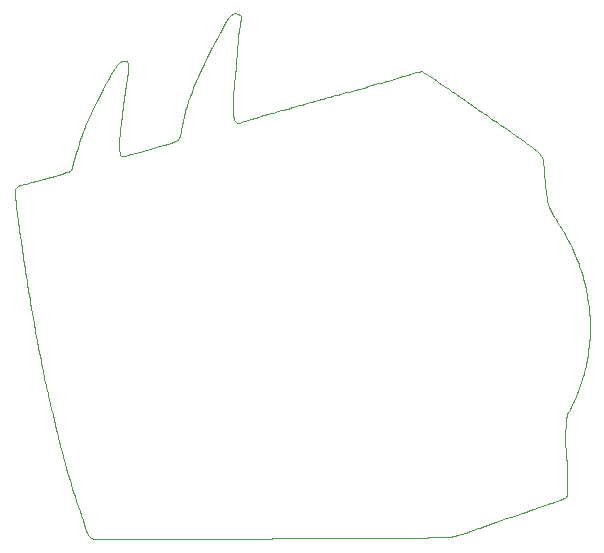
<source format=gbr>
%TF.GenerationSoftware,KiCad,Pcbnew,6.0.2+dfsg-1*%
%TF.CreationDate,2022-10-12T23:29:13+02:00*%
%TF.ProjectId,project_satan,70726f6a-6563-4745-9f73-6174616e2e6b,rev?*%
%TF.SameCoordinates,Original*%
%TF.FileFunction,Profile,NP*%
%FSLAX46Y46*%
G04 Gerber Fmt 4.6, Leading zero omitted, Abs format (unit mm)*
G04 Created by KiCad (PCBNEW 6.0.2+dfsg-1) date 2022-10-12 23:29:13*
%MOMM*%
%LPD*%
G01*
G04 APERTURE LIST*
%TA.AperFunction,Profile*%
%ADD10C,0.100000*%
%TD*%
G04 APERTURE END LIST*
D10*
%TO.C,REF\u002A\u002A*%
X61859912Y-53352909D02*
X61836837Y-53188132D01*
X64896561Y-69823698D02*
X64862469Y-69685059D01*
X80431159Y-36402413D02*
X80411498Y-36529195D01*
X70995850Y-40162387D02*
X70974403Y-40298576D01*
X63861866Y-65304951D02*
X63822381Y-65104867D01*
X109662278Y-65333319D02*
X109635590Y-65438130D01*
X94960895Y-40051205D02*
X95195446Y-39981002D01*
X90601362Y-41289158D02*
X90992444Y-41182082D01*
X71365276Y-79419856D02*
X70750912Y-79417024D01*
X109185719Y-56054244D02*
X109196865Y-56070759D01*
X109164298Y-66863637D02*
X109098927Y-67040100D01*
X74676675Y-45874811D02*
X74878596Y-45809132D01*
X70445714Y-44227725D02*
X70426548Y-44399834D01*
X109424811Y-66104822D02*
X109334208Y-66375223D01*
X85462598Y-79319855D02*
X84933763Y-79323839D01*
X83204048Y-79367269D02*
X83194981Y-79371863D01*
X81109094Y-79410025D02*
X80544173Y-79413712D01*
X62825877Y-59675013D02*
X62793516Y-59479663D01*
X72706488Y-79424076D02*
X72019352Y-79422206D01*
X106458761Y-50221746D02*
X106494849Y-50472989D01*
X79977355Y-43587222D02*
X80014588Y-43781211D01*
X90436648Y-79304611D02*
X89376804Y-79306273D01*
X107796768Y-53176077D02*
X107833049Y-53242377D01*
X94534227Y-40174906D02*
X94609050Y-40154388D01*
X70804742Y-41460475D02*
X70789465Y-41523999D01*
X62909227Y-49195749D02*
X62994450Y-49174556D01*
X65017169Y-70334190D02*
X64978471Y-70177893D01*
X83378938Y-79351781D02*
X83262847Y-79359186D01*
X105806550Y-76719378D02*
X105644965Y-76776882D01*
X98437087Y-41480046D02*
X98520241Y-41540170D01*
X63333442Y-62537134D02*
X63284996Y-62267620D01*
X104764683Y-77083005D02*
X104375385Y-77217183D01*
X63418506Y-63006255D02*
X63383735Y-62820449D01*
X107958013Y-53456081D02*
X108046470Y-53602452D01*
X66166177Y-48210718D02*
X66236409Y-48125339D01*
X66559298Y-46988390D02*
X66664432Y-46645138D01*
X88347516Y-41917815D02*
X88564621Y-41857577D01*
X80395046Y-36647439D02*
X80379641Y-36806570D01*
X75864000Y-43276976D02*
X75909047Y-43107742D01*
X98293285Y-41379795D02*
X98437087Y-41480046D01*
X109883298Y-58607975D02*
X109903167Y-58713462D01*
X108165330Y-53821478D02*
X108305334Y-54093832D01*
X64103154Y-66403600D02*
X64037348Y-66120451D01*
X65229102Y-71175419D02*
X65186411Y-71009614D01*
X78595366Y-79422070D02*
X77883259Y-79423946D01*
X71020500Y-40063429D02*
X71013313Y-40095200D01*
X64453913Y-67972153D02*
X64365413Y-67582220D01*
X62009271Y-54404980D02*
X61986692Y-54251586D01*
X80363116Y-37004867D02*
X80359008Y-37058857D01*
X94284840Y-40244721D02*
X94443172Y-40199648D01*
X69206457Y-40760497D02*
X69336055Y-40525272D01*
X66951713Y-77006327D02*
X66814384Y-76589266D01*
X68725989Y-41667385D02*
X68894554Y-41344450D01*
X106623289Y-76436259D02*
X106609227Y-76439707D01*
X109003711Y-67257336D02*
X108984535Y-67323543D01*
X101429954Y-43551618D02*
X101611551Y-43675141D01*
X109204729Y-56164205D02*
X109234227Y-56208531D01*
X110072033Y-63045112D02*
X110059747Y-63173441D01*
X61915320Y-49445142D02*
X62034145Y-49417502D01*
X64250596Y-67058615D02*
X64190206Y-66786211D01*
X68894554Y-41344450D02*
X69057000Y-41037855D01*
X106352737Y-49164354D02*
X106360103Y-49269872D01*
X88413675Y-79308245D02*
X87543975Y-79310560D01*
X106834435Y-51637239D02*
X106927277Y-51830094D01*
X63601839Y-49005419D02*
X63609227Y-49003299D01*
X109817232Y-64691949D02*
X109811211Y-64725296D01*
X109773449Y-64966291D02*
X109738775Y-65063998D01*
X92002471Y-79301680D02*
X91170005Y-79303436D01*
X61503345Y-50555827D02*
X61487477Y-50309543D01*
X109534900Y-57159615D02*
X109558053Y-57232014D01*
X106060284Y-46944058D02*
X106153183Y-47226960D01*
X70955578Y-40456446D02*
X70936191Y-40626077D01*
X62996066Y-60683420D02*
X62979266Y-60587972D01*
X74878596Y-45809132D02*
X75030652Y-45752296D01*
X62541694Y-57954671D02*
X62498703Y-57676655D01*
X107395163Y-76168880D02*
X107156756Y-76256476D01*
X74415583Y-45952897D02*
X74676675Y-45874811D01*
X70373224Y-46877663D02*
X70429684Y-46965223D01*
X84014445Y-43122917D02*
X84250676Y-43056137D01*
X73184227Y-46297254D02*
X73678665Y-46160554D01*
X103956139Y-77361232D02*
X103517735Y-77511429D01*
X80125352Y-34891620D02*
X80142532Y-34891568D01*
X105040931Y-46050419D02*
X105271829Y-46210987D01*
X109269133Y-56269117D02*
X109259227Y-56283679D01*
X110007010Y-63599279D02*
X109985262Y-63727718D01*
X108588079Y-68158537D02*
X108442821Y-68451566D01*
X94074943Y-40305395D02*
X94284840Y-40244721D01*
X70658891Y-42511869D02*
X70658107Y-42522311D01*
X64765993Y-69292862D02*
X64661126Y-68856976D01*
X103842495Y-45236933D02*
X103935633Y-45296735D01*
X70322740Y-46250394D02*
X70332032Y-46501677D01*
X80068150Y-43926104D02*
X80140341Y-44034611D01*
X108114210Y-71941012D02*
X108153776Y-72487148D01*
X67798486Y-43574948D02*
X68008325Y-43117057D01*
X63977557Y-65852915D02*
X63913087Y-65552757D01*
X62368285Y-56823304D02*
X62327232Y-56555730D01*
X70736648Y-41925058D02*
X70716343Y-42052527D01*
X99659128Y-78861981D02*
X99212557Y-79019509D01*
X70555433Y-43423451D02*
X70526304Y-43638819D01*
X68008325Y-43117057D02*
X68221356Y-42668831D01*
X76776248Y-40670658D02*
X76983586Y-40205114D01*
X63771487Y-64844235D02*
X63712612Y-64540864D01*
X106153183Y-47226960D02*
X106154854Y-47236254D01*
X107156756Y-76256476D02*
X106933953Y-76335700D01*
X67602724Y-44017944D02*
X67798486Y-43574948D01*
X80356841Y-34924347D02*
X80526079Y-35013615D01*
X110111305Y-60241470D02*
X110120905Y-60338066D01*
X62484881Y-57586243D02*
X62420122Y-57162184D01*
X98103958Y-41249907D02*
X98293285Y-41379795D01*
X106692085Y-51298072D02*
X106692356Y-51298866D01*
X95000790Y-79291137D02*
X94313096Y-79294231D01*
X68507633Y-79395537D02*
X68271255Y-79389756D01*
X100719467Y-78474298D02*
X100709227Y-78478696D01*
X67536902Y-78723150D02*
X67447135Y-78470667D01*
X62086692Y-54952966D02*
X62062063Y-54776394D01*
X77217663Y-39703342D02*
X77481777Y-39158113D01*
X96750568Y-40305807D02*
X96944731Y-40435249D01*
X110115941Y-62671253D02*
X110094730Y-62836994D01*
X62748311Y-59197342D02*
X62717956Y-59014035D01*
X97398678Y-40769036D02*
X97567769Y-40885741D01*
X106509227Y-76480777D02*
X106431198Y-76514235D01*
X90274987Y-41378783D02*
X90601362Y-41289158D01*
X70918874Y-38951027D02*
X70955680Y-38975757D01*
X109837771Y-58360406D02*
X109857742Y-58462969D01*
X80411498Y-36529195D02*
X80406453Y-36557871D01*
X98035556Y-79264508D02*
X97835172Y-79268601D01*
X61487477Y-50309543D02*
X61484227Y-50188483D01*
X61679307Y-52044527D02*
X61639120Y-51746710D01*
X109135907Y-55949510D02*
X109185719Y-56054244D01*
X70323822Y-45435484D02*
X70318372Y-45695547D01*
X71039575Y-39768549D02*
X71030981Y-39946747D01*
X83153104Y-43374427D02*
X83379518Y-43307894D01*
X80175418Y-39367261D02*
X80159283Y-39613414D01*
X108150461Y-69305746D02*
X108136416Y-69417883D01*
X70429684Y-46965223D02*
X70516672Y-47007958D01*
X80609222Y-35479315D02*
X80601085Y-35505276D01*
X94609050Y-40154388D02*
X94758352Y-40111077D01*
X110075743Y-59981954D02*
X110096319Y-60149589D01*
X75556075Y-44744475D02*
X75621351Y-44384860D01*
X62498703Y-57676655D02*
X62484881Y-57586243D01*
X110134581Y-60756897D02*
X110138586Y-61041679D01*
X88822331Y-41785310D02*
X89009227Y-41732505D01*
X86071721Y-79316334D02*
X85462598Y-79319855D01*
X61742115Y-52519012D02*
X61714619Y-52309320D01*
X62035174Y-54581687D02*
X62011713Y-54420958D01*
X65186411Y-71009614D02*
X65163780Y-70912475D01*
X93091078Y-40590044D02*
X93313951Y-40526623D01*
X62939255Y-60347559D02*
X62908447Y-60163871D01*
X95853699Y-39823666D02*
X95940569Y-39821240D01*
X102570423Y-44342937D02*
X102866311Y-44548072D01*
X69720778Y-39866674D02*
X69736649Y-39835420D01*
X69336055Y-40525272D02*
X69438927Y-40345076D01*
X76428595Y-41521958D02*
X76592350Y-41107197D01*
X69532379Y-40202022D02*
X69568740Y-40148091D01*
X97208844Y-40626434D02*
X97234227Y-40650392D01*
X65927780Y-73709917D02*
X65828881Y-73364114D01*
X75142147Y-45700738D02*
X75222389Y-45650893D01*
X66679912Y-76176866D02*
X66552420Y-75781652D01*
X75445422Y-45308908D02*
X75496767Y-45121813D01*
X67250069Y-44887055D02*
X67296969Y-44760996D01*
X98967016Y-79105851D02*
X98655310Y-79189950D01*
X98142016Y-79260412D02*
X98035556Y-79264508D01*
X92234227Y-40833453D02*
X92469532Y-40764838D01*
X98655310Y-79189950D02*
X98288773Y-79247223D01*
X63913087Y-65552757D02*
X63886515Y-65426677D01*
X98867788Y-41787474D02*
X99074638Y-41928517D01*
X96015970Y-39854706D02*
X96154217Y-39932425D01*
X94313096Y-79294231D02*
X93580094Y-79297042D01*
X83379518Y-43307894D02*
X83459227Y-43284368D01*
X70743370Y-38901017D02*
X70918874Y-38951027D01*
X80526079Y-35013615D02*
X80628464Y-35145768D01*
X108336356Y-68676358D02*
X108261286Y-68853543D01*
X80601085Y-35505276D02*
X80566196Y-35623235D01*
X70466302Y-44079087D02*
X70460782Y-44114338D01*
X92934227Y-40633633D02*
X93091078Y-40590044D01*
X61791897Y-52902248D02*
X61768700Y-52730844D01*
X108207942Y-73224905D02*
X108226506Y-73600263D01*
X62618694Y-58428526D02*
X62579291Y-58190445D01*
X105622833Y-46459730D02*
X105886709Y-46692999D01*
X70129500Y-39249929D02*
X70339764Y-39056758D01*
X96215945Y-79284242D02*
X95637098Y-79287796D01*
X100167788Y-42689249D02*
X100374638Y-42830292D01*
X68252265Y-42605278D02*
X68397975Y-42310695D01*
X80113915Y-40180994D02*
X80108499Y-40203202D01*
X84534227Y-42980338D02*
X84614142Y-42959095D01*
X109084838Y-55807742D02*
X109135907Y-55949510D01*
X103553815Y-45023823D02*
X103675301Y-45110957D01*
X80328811Y-44175223D02*
X80398048Y-44180044D01*
X102209227Y-77957070D02*
X101849876Y-78079257D01*
X62111712Y-55122335D02*
X62109271Y-55106361D01*
X80082238Y-40399493D02*
X80065887Y-40588549D01*
X79942659Y-43001107D02*
X79954146Y-43331424D01*
X109098927Y-67040100D02*
X109055904Y-67143702D01*
X109985262Y-63727718D02*
X109962543Y-63896698D01*
X66664432Y-46645138D02*
X66780848Y-46276161D01*
X75699156Y-43997477D02*
X75782402Y-43616717D01*
X80159283Y-39613414D02*
X80154188Y-39699206D01*
X61935174Y-53880307D02*
X61911713Y-53719578D01*
X80557954Y-35693146D02*
X80558801Y-35735167D01*
X101234227Y-43425404D02*
X101299008Y-43464867D01*
X85759227Y-42629929D02*
X85939391Y-42580656D01*
X62994450Y-49174556D02*
X63153266Y-49131653D01*
X110120905Y-60338066D02*
X110128675Y-60516117D01*
X108998416Y-55579160D02*
X109070826Y-55765662D01*
X94758352Y-40111077D02*
X94960895Y-40051205D01*
X69736649Y-39835420D02*
X69925488Y-39511580D01*
X88109227Y-41981684D02*
X88189543Y-41960894D01*
X110041517Y-59628926D02*
X110056990Y-59790582D01*
X63609227Y-49003299D02*
X63862413Y-48930935D01*
X62059271Y-54755671D02*
X62035174Y-54581687D01*
X92707611Y-40696744D02*
X92903690Y-40641952D01*
X109221264Y-56124440D02*
X109209227Y-56133383D01*
X62900906Y-49197495D02*
X62909227Y-49195749D01*
X83194981Y-79371863D02*
X83143771Y-79378620D01*
X62872344Y-59950278D02*
X62862239Y-59890779D01*
X94443172Y-40199648D02*
X94529193Y-40176127D01*
X66436031Y-75416148D02*
X66334868Y-75092880D01*
X108175737Y-69147607D02*
X108150461Y-69305746D01*
X62247404Y-56042089D02*
X62234041Y-55958038D01*
X105886709Y-46692999D02*
X106060284Y-46944058D01*
X109253119Y-56313951D02*
X109277109Y-56350234D01*
X70332032Y-46501677D02*
X70345715Y-46706534D01*
X96541063Y-40170504D02*
X96750568Y-40305807D01*
X88189543Y-41960894D02*
X88347516Y-41917815D01*
X75782402Y-43616717D02*
X75864000Y-43276976D01*
X99074638Y-41928517D02*
X99184227Y-42002648D01*
X66814384Y-76589266D02*
X66679912Y-76176866D01*
X101828285Y-43824915D02*
X101984227Y-43933871D01*
X109234227Y-56208531D02*
X109269133Y-56269117D01*
X80065887Y-40588549D02*
X80057224Y-40706017D01*
X70426548Y-44399834D02*
X70410842Y-44557841D01*
X109070826Y-55765662D02*
X109084838Y-55807742D01*
X66903083Y-45898661D02*
X67025674Y-45529842D01*
X106431198Y-76514235D02*
X106298544Y-76561622D01*
X61758857Y-52651529D02*
X61742115Y-52519012D01*
X106375978Y-49477006D02*
X106393092Y-49664339D01*
X62234041Y-55958038D02*
X62202388Y-55754170D01*
X81489933Y-43863347D02*
X81809272Y-43767975D01*
X89009227Y-41732505D02*
X89271132Y-41658410D01*
X101299008Y-43464867D02*
X101429954Y-43551618D01*
X109738775Y-65063998D02*
X109738483Y-65064770D01*
X109956561Y-63948767D02*
X109935784Y-64105925D01*
X61497746Y-49840492D02*
X61524966Y-49748571D01*
X79437647Y-35424838D02*
X79548968Y-35287933D01*
X80645520Y-35205683D02*
X80641753Y-35326547D01*
X66366220Y-47691765D02*
X66404728Y-47528907D01*
X103184227Y-44767088D02*
X103384603Y-44905290D01*
X67218448Y-77804328D02*
X67087775Y-77415523D01*
X76405208Y-79426318D02*
X75652568Y-79426808D01*
X107016676Y-52002204D02*
X107089152Y-52126180D01*
X100374638Y-42830292D02*
X100484227Y-42904423D01*
X64136557Y-66548200D02*
X64103154Y-66403600D01*
X80879363Y-44050671D02*
X80984227Y-44017733D01*
X109655866Y-57568759D02*
X109677391Y-57667929D01*
X109921317Y-58821644D02*
X109944533Y-58981528D01*
X98288773Y-79247223D02*
X98142016Y-79260412D01*
X80142532Y-34891568D02*
X80356841Y-34924347D01*
X64037348Y-66120451D02*
X63977557Y-65852915D01*
X62793516Y-59479663D02*
X62770844Y-59339149D01*
X89511390Y-41590771D02*
X89747272Y-41524808D01*
X73420030Y-79425468D02*
X72706488Y-79424076D01*
X106360103Y-49269872D02*
X106375978Y-49477006D01*
X103935633Y-45296735D02*
X104093903Y-45402297D01*
X70857351Y-41130604D02*
X70836247Y-41294706D01*
X89271132Y-41658410D02*
X89511390Y-41590771D01*
X100484227Y-42904423D02*
X100704010Y-43053685D01*
X108046470Y-53602452D02*
X108165330Y-53821478D01*
X61524966Y-49748571D02*
X61575000Y-49675000D01*
X63363215Y-49073216D02*
X63601839Y-49005419D01*
X71000068Y-39020552D02*
X71027835Y-39087330D01*
X80493576Y-36012718D02*
X80460031Y-36198907D01*
X61836837Y-53188132D02*
X61814274Y-53044273D01*
X76592350Y-41107197D02*
X76776248Y-40670658D01*
X78904558Y-36398124D02*
X79368324Y-35527229D01*
X72019352Y-79422206D02*
X71365276Y-79419856D01*
X108611734Y-54721227D02*
X108759610Y-55037618D01*
X64978471Y-70177893D02*
X64963344Y-70110898D01*
X80555243Y-35688541D02*
X80557954Y-35693146D01*
X68221356Y-42668831D02*
X68252265Y-42605278D01*
X63153266Y-49131653D02*
X63363215Y-49073216D01*
X99998688Y-42572448D02*
X100167788Y-42689249D01*
X96731252Y-79280511D02*
X96215945Y-79284242D01*
X70716343Y-42052527D02*
X70706272Y-42096473D01*
X101984227Y-43933871D02*
X102265782Y-44130835D01*
X62294826Y-56345586D02*
X62268929Y-56178997D01*
X108160904Y-72565730D02*
X108185969Y-72875074D01*
X109863720Y-64433227D02*
X109844362Y-64541308D01*
X110019986Y-63521682D02*
X110007010Y-63599279D01*
X62979266Y-60587972D02*
X62966869Y-60514983D01*
X62034145Y-49417502D02*
X62212841Y-49372929D01*
X77779226Y-38562203D02*
X78113307Y-37908385D01*
X79940592Y-42583557D02*
X79942659Y-43001107D01*
X86764419Y-79313245D02*
X86071721Y-79316334D01*
X103794335Y-45205635D02*
X103842495Y-45236933D01*
X80279819Y-37939755D02*
X80264718Y-38162039D01*
X87559227Y-42132532D02*
X87768779Y-42073381D01*
X98520241Y-41540170D02*
X98534227Y-41551760D01*
X79368324Y-35527229D02*
X79371736Y-35520848D01*
X109332602Y-56456895D02*
X109347178Y-56513054D01*
X79371736Y-35520848D02*
X79437647Y-35424838D01*
X106035058Y-76642344D02*
X106018744Y-76646072D01*
X62667105Y-58713462D02*
X62618694Y-58428526D01*
X80243777Y-38498988D02*
X80226829Y-38736334D01*
X110023407Y-59476848D02*
X110041517Y-59628926D01*
X100298959Y-78633830D02*
X100019400Y-78734092D01*
X108759610Y-55037618D02*
X108891591Y-55330037D01*
X66334868Y-75092880D02*
X66253053Y-74824374D01*
X103675301Y-45110957D02*
X103732504Y-45154960D01*
X72872993Y-46383450D02*
X73184227Y-46297254D01*
X101134227Y-43358356D02*
X101197521Y-43406114D01*
X70334710Y-45215994D02*
X70323822Y-45435484D01*
X109790465Y-64849949D02*
X109782238Y-64920072D01*
X80126419Y-40075937D02*
X80113915Y-40180994D01*
X109955580Y-59064152D02*
X109978514Y-59225252D01*
X70345715Y-46706534D02*
X70363525Y-46843213D01*
X108102034Y-69817403D02*
X108082803Y-70292706D01*
X68121161Y-79383474D02*
X68066354Y-79377729D01*
X97176944Y-79276637D02*
X96731252Y-79280511D01*
X107258566Y-52355924D02*
X107370436Y-52519598D01*
X109857742Y-58462969D02*
X109883298Y-58607975D01*
X105271829Y-46210987D02*
X105466645Y-46347797D01*
X93580094Y-79297042D02*
X92807860Y-79299537D01*
X104375385Y-77217183D02*
X103956139Y-77361232D01*
X106152690Y-76608979D02*
X106035058Y-76642344D01*
X70706272Y-42096473D02*
X70692122Y-42176816D01*
X76148323Y-42315051D02*
X76281685Y-41922167D01*
X109944533Y-58981528D02*
X109955580Y-59064152D01*
X106927277Y-51830094D02*
X107016676Y-52002204D01*
X105410265Y-76859134D02*
X105113240Y-76962415D01*
X108457222Y-54400190D02*
X108611734Y-54721227D01*
X70816443Y-41415587D02*
X70804742Y-41460475D01*
X65994877Y-48296367D02*
X66131425Y-48234482D01*
X79984431Y-41398995D02*
X79971558Y-41518806D01*
X81620587Y-79405892D02*
X81109094Y-79410025D01*
X63100309Y-61256685D02*
X63053845Y-61002561D01*
X68397975Y-42310695D02*
X68558173Y-41993766D01*
X102265782Y-44130835D02*
X102570423Y-44342937D01*
X109334208Y-66375223D02*
X109245048Y-66635087D01*
X80654875Y-44119900D02*
X80879363Y-44050671D01*
X98582460Y-41588605D02*
X98698688Y-41670673D01*
X84250676Y-43056137D02*
X84431685Y-43006470D01*
X99834227Y-42453535D02*
X99882460Y-42490381D01*
X109738483Y-65064770D02*
X109689790Y-65217259D01*
X82767966Y-79390839D02*
X82456676Y-79396296D01*
X61484227Y-50188483D02*
X61486460Y-49978038D01*
X109454157Y-56855498D02*
X109485409Y-56987862D01*
X71027835Y-39087330D02*
X71042214Y-39196972D01*
X80274426Y-44149981D02*
X80328811Y-44175223D01*
X70906919Y-40804963D02*
X70893479Y-40865387D01*
X110128854Y-62470197D02*
X110120706Y-62625739D01*
X80530540Y-35855967D02*
X80493576Y-36012718D01*
X80140557Y-39907465D02*
X80126419Y-40075937D01*
X84614142Y-42959095D02*
X84762981Y-42916899D01*
X61986692Y-54251586D02*
X61962063Y-54075013D01*
X62862239Y-59890779D02*
X62825877Y-59675013D01*
X64365413Y-67582220D02*
X64309919Y-67330424D01*
X104300437Y-45542033D02*
X104538366Y-45704356D01*
X107089152Y-52126180D02*
X107119503Y-52166683D01*
X105919895Y-76676374D02*
X105884227Y-76690343D01*
X109509888Y-65844656D02*
X109424811Y-66104822D01*
X70850488Y-46963635D02*
X70998772Y-46920564D01*
X105466645Y-46347797D02*
X105608510Y-46449264D01*
X80154188Y-39699206D02*
X80140557Y-39907465D01*
X63219575Y-61907950D02*
X63162146Y-61594132D01*
X88077006Y-41989569D02*
X88109227Y-41981684D01*
X82071999Y-79401315D02*
X81620587Y-79405892D01*
X62717956Y-59014035D02*
X62681431Y-58797448D01*
X109196865Y-56070759D02*
X109221264Y-56124440D01*
X70585360Y-43207939D02*
X70555433Y-43423451D01*
X71338550Y-46819027D02*
X71768578Y-46694408D01*
X108963014Y-67380345D02*
X108903492Y-67511239D01*
X66236409Y-48125339D02*
X66290829Y-48004687D01*
X86438298Y-42444265D02*
X86584227Y-42404381D01*
X108227360Y-75714037D02*
X108158261Y-75816677D01*
X91951515Y-40915514D02*
X92221960Y-40837069D01*
X83743719Y-43200948D02*
X84014445Y-43122917D01*
X80264718Y-38162039D02*
X80259016Y-38256558D01*
X62062063Y-54776394D02*
X62059271Y-54755671D01*
X109905981Y-64257882D02*
X109873740Y-64383472D01*
X66135375Y-74387664D02*
X66088695Y-74233208D01*
X65386592Y-71749209D02*
X65321476Y-71511859D01*
X85522209Y-42696357D02*
X85730038Y-42637953D01*
X64535193Y-48739977D02*
X64893533Y-48638750D01*
X75621351Y-44384860D02*
X75699156Y-43997477D01*
X108813214Y-67700966D02*
X108699426Y-67934265D01*
X108305334Y-54093832D02*
X108457222Y-54400190D01*
X70757020Y-41761067D02*
X70736648Y-41925058D01*
X71768578Y-46694408D02*
X72282258Y-46548588D01*
X103517735Y-77511429D02*
X103070965Y-77664057D01*
X110128675Y-60516117D02*
X110134581Y-60756897D01*
X77150989Y-79425363D02*
X76405208Y-79426318D01*
X80641753Y-35326547D02*
X80609222Y-35479315D01*
X109395564Y-56662929D02*
X109428972Y-56749634D01*
X82564764Y-43546528D02*
X82872121Y-43456722D01*
X64661126Y-68856976D02*
X64554792Y-68406906D01*
X75510417Y-45041925D02*
X75556075Y-44744475D01*
X67339609Y-78160218D02*
X67218448Y-77804328D01*
X92807860Y-79299537D02*
X92002471Y-79301680D01*
X70789465Y-41523999D02*
X70769870Y-41653965D01*
X109962543Y-63896698D02*
X109956561Y-63948767D01*
X106255783Y-48012809D02*
X106304919Y-48543320D01*
X70460782Y-44114338D02*
X70445714Y-44227725D01*
X82259227Y-43635592D02*
X82564764Y-43546528D01*
X91384227Y-41074982D02*
X91651357Y-41000761D01*
X101849876Y-78079257D02*
X101517865Y-78192992D01*
X108248636Y-75550736D02*
X108234501Y-75685912D01*
X67431924Y-44421481D02*
X67602724Y-44017944D01*
X109782238Y-64920072D02*
X109783131Y-64925690D01*
X108258592Y-74729902D02*
X108260366Y-75057771D01*
X69057000Y-41037855D02*
X69206457Y-40760497D01*
X109873740Y-64383472D02*
X109863720Y-64433227D01*
X80226829Y-38736334D02*
X80211139Y-38927900D01*
X109635590Y-65438130D02*
X109582470Y-65615500D01*
X79280656Y-79419737D02*
X78595366Y-79422070D01*
X61886853Y-53550162D02*
X61862629Y-53373554D01*
X109053256Y-67148953D02*
X109003711Y-67257336D01*
X61811306Y-53027268D02*
X61791897Y-52902248D01*
X106748786Y-76398359D02*
X106623289Y-76436259D01*
X75030652Y-45752296D02*
X75142147Y-45700738D01*
X70509931Y-43763648D02*
X70487349Y-43932768D01*
X89376804Y-79306273D02*
X88413675Y-79308245D01*
X89996047Y-41455739D02*
X90274987Y-41378783D01*
X72282258Y-46548588D02*
X72872993Y-46383450D01*
X109582470Y-65615500D02*
X109509888Y-65844656D01*
X87171574Y-42241784D02*
X87453911Y-42162437D01*
X80140341Y-44034611D02*
X80216443Y-44106451D01*
X64181277Y-48840266D02*
X64535193Y-48739977D01*
X79943728Y-42276440D02*
X79940592Y-42583557D01*
X76983586Y-40205114D02*
X77217663Y-39703342D01*
X61909271Y-53703600D02*
X61886853Y-53550162D01*
X106426436Y-49933758D02*
X106447761Y-50118063D01*
X99820241Y-42441945D02*
X99834227Y-42453535D01*
X108234501Y-75685912D02*
X108227360Y-75714037D01*
X80211139Y-38927900D02*
X80206695Y-38974606D01*
X106621870Y-51058919D02*
X106692085Y-51298072D01*
X66552420Y-75781652D02*
X66436031Y-75416148D01*
X67296969Y-44760996D02*
X67431924Y-44421481D01*
X97282457Y-40687093D02*
X97398678Y-40769036D01*
X99882460Y-42490381D02*
X99998688Y-42572448D01*
X95209227Y-39976852D02*
X95463746Y-39905369D01*
X64893533Y-48638750D02*
X65134227Y-48570963D01*
X80406453Y-36557871D02*
X80395046Y-36647439D01*
X70366727Y-44951611D02*
X70351299Y-45058827D01*
X110134887Y-62246300D02*
X110128854Y-62470197D01*
X109913147Y-64230257D02*
X109905981Y-64257882D01*
X79932476Y-79416950D02*
X79280656Y-79419737D01*
X70487349Y-43932768D02*
X70466302Y-44079087D01*
X96944731Y-40435249D02*
X97104005Y-40546301D01*
X106408330Y-49795907D02*
X106426436Y-49933758D01*
X79959982Y-41718515D02*
X79950455Y-41977826D01*
X104790820Y-45877680D02*
X105040931Y-46050419D01*
X92469532Y-40764838D02*
X92707611Y-40696744D01*
X61565391Y-51182009D02*
X61530158Y-50855729D01*
X109608562Y-57392578D02*
X109646277Y-57527113D01*
X81809272Y-43767975D02*
X82131498Y-43672904D01*
X70836247Y-41294706D02*
X70816443Y-41415587D01*
X70607971Y-43030781D02*
X70585360Y-43207939D01*
X80057224Y-40706017D02*
X80038013Y-40943977D01*
X95940569Y-39821240D02*
X96015970Y-39854706D01*
X97884227Y-41100872D02*
X98103958Y-41249907D01*
X63383735Y-62820449D02*
X63365792Y-62721351D01*
X71044917Y-39552267D02*
X71039575Y-39768549D01*
X108210213Y-69003749D02*
X108175737Y-69147607D01*
X75326331Y-45542083D02*
X75368643Y-45475988D01*
X70918397Y-40752300D02*
X70906919Y-40804963D01*
X99403958Y-42151682D02*
X99593285Y-42281570D01*
X108984535Y-67323543D02*
X108963014Y-67380345D01*
X110140752Y-61668343D02*
X110138841Y-61972773D01*
X82456676Y-79396296D02*
X82071999Y-79401315D01*
X108064171Y-75898649D02*
X107983678Y-75937797D01*
X75380971Y-45455696D02*
X75445422Y-45308908D01*
X70955680Y-38975757D02*
X71000068Y-39020552D01*
X109245048Y-66635087D02*
X109164298Y-66863637D01*
X65776342Y-48375456D02*
X65994877Y-48296367D01*
X110056990Y-59790582D02*
X110075743Y-59981954D01*
X103734227Y-45156741D02*
X103794335Y-45205635D01*
X62908447Y-60163871D02*
X62872344Y-59950278D01*
X94529193Y-40176127D02*
X94534227Y-40174906D01*
X65486049Y-48468178D02*
X65776342Y-48375456D01*
X80460031Y-36198907D02*
X80453487Y-36244231D01*
X71013313Y-40095200D02*
X70995850Y-40162387D01*
X80206695Y-38974606D02*
X80192191Y-39140956D01*
X96154217Y-39932425D02*
X96335764Y-40041867D01*
X75909047Y-43107742D02*
X76025209Y-42707833D01*
X87768779Y-42073381D02*
X87950612Y-42023193D01*
X100987109Y-78377284D02*
X100813992Y-78438928D01*
X109646277Y-57527113D02*
X109655866Y-57568759D01*
X70974403Y-40298576D02*
X70955578Y-40456446D01*
X108078543Y-70820561D02*
X108089072Y-71377740D01*
X93572968Y-40451934D02*
X93834227Y-40375719D01*
X61714619Y-52309320D02*
X61679307Y-52044527D01*
X106304919Y-48543320D02*
X106352737Y-49164354D01*
X69508202Y-40232805D02*
X69532379Y-40202022D01*
X74086015Y-46046957D02*
X74415583Y-45952897D01*
X86865023Y-42327076D02*
X87171574Y-42241784D01*
X71030981Y-39946747D02*
X71020500Y-40063429D01*
X110096319Y-60149589D02*
X110111305Y-60241470D01*
X63053845Y-61002561D02*
X63020012Y-60816544D01*
X107170587Y-52231735D02*
X107258566Y-52355924D01*
X77481777Y-39158113D02*
X77779226Y-38562203D01*
X110094730Y-62836994D02*
X110072033Y-63045112D01*
X65163780Y-70912475D02*
X65136376Y-70793407D01*
X62794458Y-49222770D02*
X62900906Y-49197495D01*
X97567769Y-40885741D02*
X97774608Y-41026728D01*
X61862629Y-53373554D02*
X61859912Y-53352909D01*
X80309398Y-37612648D02*
X80307167Y-37630325D01*
X65828881Y-73364114D02*
X65715085Y-72956367D01*
X108260366Y-75057771D02*
X108257153Y-75336369D01*
X74899723Y-79426832D02*
X74153327Y-79426386D01*
X97835172Y-79268601D02*
X97546943Y-79272656D01*
X63584632Y-63877142D02*
X63522383Y-63552411D01*
X110140655Y-61351736D02*
X110140752Y-61668343D01*
X70339764Y-39056758D02*
X70547360Y-38938358D01*
X85034227Y-42837733D02*
X85274459Y-42767482D01*
X67143157Y-45186905D02*
X67250069Y-44887055D01*
X70182914Y-79413707D02*
X69667934Y-79409902D01*
X109277109Y-56350234D02*
X109332602Y-56456895D01*
X70998772Y-46920564D02*
X71338550Y-46819027D01*
X69925488Y-39511580D02*
X70129500Y-39249929D01*
X100893370Y-43184127D02*
X101037175Y-43285178D01*
X104093903Y-45402297D02*
X104300437Y-45542033D01*
X70675145Y-42325750D02*
X70658891Y-42511869D01*
X81204559Y-43949704D02*
X81489933Y-43863347D01*
X109783131Y-64925690D02*
X109773449Y-64966291D01*
X92903690Y-40641952D02*
X92934227Y-40633633D01*
X98534227Y-41551760D02*
X98582460Y-41588605D01*
X107119503Y-52166683D02*
X107170587Y-52231735D01*
X70516672Y-47007958D02*
X70651252Y-47007039D01*
X106609227Y-76439707D02*
X106519394Y-76475076D01*
X70936191Y-40626077D02*
X70918397Y-40752300D01*
X80259016Y-38256558D02*
X80243777Y-38498988D01*
X105608510Y-46449264D02*
X105622833Y-46459730D01*
X66008456Y-73982075D02*
X65927780Y-73709917D01*
X110059747Y-63173441D02*
X110040737Y-63359343D01*
X80002805Y-34899963D02*
X80125352Y-34891620D01*
X83143771Y-79378620D02*
X82999215Y-79384947D01*
X80558801Y-35735167D02*
X80535545Y-35838115D01*
X67025674Y-45529842D02*
X67143157Y-45186905D01*
X80097245Y-40263164D02*
X80082238Y-40399493D01*
X75280682Y-45599196D02*
X75326331Y-45542083D01*
X102626623Y-77815394D02*
X102209227Y-77957070D01*
X64554792Y-68406906D02*
X64453913Y-67972153D01*
X107833049Y-53242377D02*
X107834227Y-53246928D01*
X70351299Y-45058827D02*
X70334710Y-45215994D01*
X74153327Y-79426386D02*
X73420030Y-79425468D01*
X64862469Y-69685059D02*
X64765993Y-69292862D01*
X62159231Y-55457051D02*
X62135161Y-55283065D01*
X95195446Y-39981002D02*
X95209227Y-39976852D01*
X97234227Y-40650392D02*
X97282457Y-40687093D01*
X63822381Y-65104867D02*
X63771487Y-64844235D01*
X88564621Y-41857577D02*
X88822331Y-41785310D01*
X61894334Y-49450617D02*
X61915320Y-49445142D01*
X80324135Y-37471747D02*
X80309398Y-37612648D01*
X66088695Y-74233208D02*
X66067582Y-74168886D01*
X109376406Y-56622042D02*
X109395564Y-56662929D01*
X65063821Y-70511686D02*
X65017169Y-70334190D01*
X80535545Y-35838115D02*
X80530540Y-35855967D01*
X61575000Y-49675000D02*
X61627820Y-49619274D01*
X61606518Y-51507425D02*
X61565391Y-51182009D01*
X67675675Y-79056493D02*
X67646668Y-79004118D01*
X109799154Y-58183938D02*
X109837771Y-58360406D01*
X97774608Y-41026728D02*
X97884227Y-41100872D01*
X80341786Y-37274865D02*
X80324135Y-37471747D01*
X69438927Y-40345076D02*
X69508202Y-40232805D01*
X64963344Y-70110898D02*
X64937212Y-69994442D01*
X62770844Y-59339149D02*
X62767056Y-59314645D01*
X109209227Y-56133383D02*
X109204729Y-56164205D01*
X108153776Y-72487148D02*
X108160904Y-72565730D01*
X82999215Y-79384947D02*
X82767966Y-79390839D01*
X75368643Y-45475988D02*
X75380971Y-45455696D01*
X80398048Y-44180044D02*
X80500586Y-44162314D01*
X70363525Y-46843213D02*
X70373224Y-46877663D01*
X62327232Y-56555730D02*
X62294826Y-56345586D01*
X108903492Y-67511239D02*
X108813214Y-67700966D01*
X109485409Y-56987862D02*
X109534900Y-57159615D01*
X110000171Y-59351853D02*
X110008600Y-59389793D01*
X63862413Y-48930935D02*
X64181277Y-48840266D01*
X80500586Y-44162314D02*
X80654875Y-44119900D01*
X79971558Y-41518806D02*
X79959982Y-41718515D01*
X110040737Y-63359343D02*
X110019986Y-63521682D01*
X65280289Y-71363363D02*
X65229102Y-71175419D01*
X70318372Y-45695547D02*
X70318099Y-45974434D01*
X61627820Y-49619274D02*
X61758359Y-49516902D01*
X108261286Y-68853543D02*
X108210213Y-69003749D01*
X90992444Y-41182082D02*
X91384227Y-41074982D01*
X109844362Y-64541308D02*
X109817232Y-64691949D01*
X109558053Y-57232014D02*
X109608562Y-57392578D01*
X80015046Y-41171470D02*
X79992272Y-41350908D01*
X106205653Y-47576045D02*
X106255783Y-48012809D01*
X65589720Y-72498376D02*
X65533430Y-72290187D01*
X99593285Y-42281570D02*
X99737087Y-42381821D01*
X106552672Y-50767969D02*
X106621870Y-51058919D01*
X64937212Y-69994442D02*
X64896561Y-69823698D01*
X61814274Y-53044273D02*
X61811306Y-53027268D01*
X102866311Y-44548072D02*
X103121609Y-44724133D01*
X100503392Y-78559184D02*
X100298959Y-78633830D01*
X61530158Y-50855729D02*
X61503345Y-50555827D01*
X106751634Y-51451033D02*
X106834435Y-51637239D01*
X109347178Y-56513054D02*
X109376406Y-56622042D01*
X70658107Y-42522311D02*
X70636465Y-42767112D01*
X100813992Y-78438928D02*
X100719467Y-78474298D01*
X84953835Y-42861423D02*
X85034227Y-42837733D01*
X62202388Y-55754170D02*
X62173000Y-55555614D01*
X103121609Y-44724133D02*
X103184227Y-44767088D01*
X100709227Y-78478696D02*
X100638286Y-78508143D01*
X63886515Y-65426677D02*
X63861866Y-65304951D01*
X108158261Y-75816677D02*
X108064171Y-75898649D01*
X83459227Y-43284368D02*
X83743719Y-43200948D01*
X108252147Y-74367721D02*
X108258592Y-74729902D01*
X93834227Y-40375719D02*
X94074943Y-40305395D01*
X64190206Y-66786211D02*
X64136557Y-66548200D01*
X66253053Y-74824374D02*
X66194711Y-74623154D01*
X85730038Y-42637953D02*
X85759227Y-42629929D01*
X105644965Y-76776882D02*
X105410265Y-76859134D01*
X109677391Y-57667929D02*
X109714495Y-57827577D01*
X65136376Y-70793407D02*
X65093600Y-70623964D01*
X65093600Y-70623964D02*
X65063821Y-70511686D01*
X80566196Y-35623235D02*
X80555243Y-35688541D01*
X106018744Y-76646072D02*
X105919895Y-76676374D01*
X92221960Y-40837069D02*
X92234227Y-40833453D01*
X104538366Y-45704356D02*
X104790820Y-45877680D01*
X67087775Y-77415523D02*
X66951713Y-77006327D01*
X73678665Y-46160554D02*
X74086015Y-46046957D01*
X66163965Y-74501747D02*
X66163059Y-74497124D01*
X101037175Y-43285178D02*
X101120289Y-43346271D01*
X69635997Y-40028310D02*
X69720778Y-39866674D01*
X85939391Y-42580656D02*
X86178319Y-42515331D01*
X75496767Y-45121813D02*
X75510417Y-45041925D01*
X84762981Y-42916899D02*
X84953835Y-42861423D01*
X63712612Y-64540864D02*
X63649184Y-64212563D01*
X70547360Y-38938358D02*
X70743370Y-38901017D01*
X108226506Y-73600263D02*
X108241347Y-73986188D01*
X66290829Y-48004687D02*
X66339235Y-47823343D01*
X62628163Y-49264786D02*
X62794458Y-49222770D01*
X108442821Y-68451566D02*
X108336356Y-68676358D01*
X106154854Y-47236254D02*
X106205653Y-47576045D01*
X93313951Y-40526623D02*
X93572968Y-40451934D01*
X80038013Y-40943977D02*
X80015046Y-41171470D01*
X70769870Y-41653965D02*
X70757020Y-41761067D01*
X101120289Y-43346271D02*
X101134227Y-43358356D01*
X101611551Y-43675141D02*
X101828285Y-43824915D01*
X106933953Y-76335700D02*
X106748786Y-76398359D01*
X86584227Y-42404381D02*
X86865023Y-42327076D01*
X68271255Y-79389756D02*
X68121161Y-79383474D01*
X106519394Y-76475076D02*
X106509227Y-76480777D01*
X91170005Y-79303436D02*
X90436648Y-79304611D01*
X108089072Y-71377740D02*
X108114210Y-71941012D01*
X100704010Y-43053685D02*
X100893370Y-43184127D01*
X83262847Y-79359186D02*
X83204048Y-79367269D01*
X83555607Y-79345022D02*
X83378938Y-79351781D01*
X80379641Y-36806570D02*
X80363116Y-37004867D01*
X97104005Y-40546301D02*
X97208844Y-40626434D01*
X70893479Y-40865387D02*
X70874197Y-40994867D01*
X100019400Y-78734092D02*
X99659128Y-78861981D01*
X95637098Y-79287796D02*
X95000790Y-79291137D01*
X68066354Y-79377729D02*
X67847149Y-79260684D01*
X87950612Y-42023193D02*
X88077006Y-41989569D01*
X63522383Y-63552411D02*
X63465865Y-63256179D01*
X106447761Y-50118063D02*
X106458761Y-50221746D01*
X69568740Y-40148091D02*
X69635997Y-40028310D01*
X66131425Y-48234482D02*
X66166177Y-48210718D01*
X80108499Y-40203202D02*
X80097245Y-40263164D01*
X106298544Y-76561622D02*
X106152690Y-76608979D01*
X95685733Y-39852782D02*
X95853699Y-39823666D01*
X61639120Y-51746710D02*
X61606518Y-51507425D01*
X107627141Y-76081106D02*
X107395163Y-76168880D01*
X80294815Y-37751514D02*
X80279819Y-37939755D01*
X68558173Y-41993766D02*
X68725989Y-41667385D01*
X63162146Y-61594132D02*
X63100309Y-61256685D01*
X107719363Y-53050995D02*
X107796768Y-53176077D01*
X109428972Y-56749634D02*
X109454157Y-56855498D01*
X107834227Y-53246928D02*
X107859846Y-53300780D01*
X66404728Y-47528907D02*
X66470909Y-47288714D01*
X62212841Y-49372929D02*
X62414730Y-49320591D01*
X64309919Y-67330424D02*
X64250596Y-67058615D01*
X66339235Y-47823343D02*
X66366220Y-47691765D01*
X79548968Y-35287933D02*
X79674284Y-35147746D01*
X62966869Y-60514983D02*
X62958986Y-60466913D01*
X76025209Y-42707833D02*
X76148323Y-42315051D01*
X62767056Y-59314645D02*
X62748311Y-59197342D01*
X103384603Y-44905290D02*
X103553815Y-45023823D01*
X99212557Y-79019509D02*
X98967016Y-79105851D01*
X108185969Y-72875074D02*
X108207942Y-73224905D01*
X65321476Y-71511859D02*
X65280289Y-71363363D01*
X109055904Y-67143702D02*
X109053256Y-67148953D01*
X82872121Y-43456722D02*
X83153104Y-43374427D01*
X70526304Y-43638819D02*
X70509931Y-43763648D01*
X83796139Y-79338878D02*
X83555607Y-79345022D01*
X69212625Y-79405607D02*
X68823640Y-79400820D01*
X107859846Y-53300780D02*
X107924368Y-53405408D01*
X106494849Y-50472989D02*
X106552672Y-50767969D01*
X89747272Y-41524808D02*
X89996047Y-41455739D01*
X103732504Y-45154960D02*
X103734227Y-45156741D01*
X70389812Y-44760792D02*
X70366727Y-44951611D01*
X62109271Y-55106361D02*
X62086692Y-54952966D01*
X65715085Y-72956367D02*
X65589720Y-72498376D01*
X66067582Y-74168886D02*
X66008456Y-73982075D01*
X108699426Y-67934265D02*
X108588079Y-68158537D01*
X77883259Y-79423946D02*
X77150989Y-79425363D01*
X84431685Y-43006470D02*
X84534227Y-42980338D01*
X91651357Y-41000761D02*
X91951515Y-40915514D01*
X62135161Y-55283065D02*
X62111712Y-55122335D01*
X110138841Y-61972773D02*
X110134887Y-62246300D01*
X63365792Y-62721351D02*
X63333442Y-62537134D01*
X103070965Y-77664057D02*
X102626623Y-77815394D01*
X109811211Y-64725296D02*
X109790465Y-64849949D01*
X61768700Y-52730844D02*
X61758857Y-52651529D01*
X66163059Y-74497124D02*
X66135375Y-74387664D01*
X105113240Y-76962415D02*
X104764683Y-77083005D01*
X109689790Y-65217259D02*
X109662278Y-65333319D01*
X66194711Y-74623154D02*
X66163965Y-74501747D01*
X80453487Y-36244231D02*
X80431159Y-36402413D01*
X108257153Y-75336369D02*
X108248636Y-75550736D01*
X79992272Y-41350908D02*
X79984431Y-41398995D01*
X109714495Y-57827577D02*
X109753610Y-57990310D01*
X108136416Y-69417883D02*
X108102034Y-69817403D01*
X78487318Y-37189434D02*
X78904558Y-36398124D01*
X79674284Y-35147746D02*
X79807888Y-35011275D01*
X71046435Y-39370357D02*
X71044917Y-39552267D01*
X107370436Y-52519598D02*
X107493194Y-52703103D01*
X80216443Y-44106451D02*
X80274426Y-44149981D01*
X96335764Y-40041867D02*
X96541063Y-40170504D01*
X62420122Y-57162184D02*
X62368285Y-56823304D01*
X107924368Y-53405408D02*
X107958013Y-53456081D01*
X75222389Y-45650893D02*
X75280682Y-45599196D01*
X87453911Y-42162437D02*
X87559227Y-42132532D01*
X62011713Y-54420958D02*
X62009271Y-54404980D01*
X62434227Y-49315431D02*
X62628163Y-49264786D01*
X105884227Y-76690343D02*
X105806550Y-76719378D01*
X106692356Y-51298866D02*
X106751634Y-51451033D01*
X110120706Y-62625739D02*
X110115941Y-62671253D01*
X69667934Y-79409902D02*
X69212625Y-79405607D01*
X107493194Y-52703103D02*
X107613837Y-52886786D01*
X67646668Y-79004118D02*
X67604787Y-78905143D01*
X80544173Y-79413712D02*
X79932476Y-79416950D01*
X62173000Y-55555614D02*
X62159231Y-55457051D01*
X80307167Y-37630325D02*
X80294815Y-37751514D01*
X63284996Y-62267620D02*
X63219575Y-61907950D01*
X79907190Y-34934264D02*
X80002805Y-34899963D01*
X84103819Y-79333321D02*
X83796139Y-79338878D01*
X62414730Y-49320591D02*
X62434227Y-49315431D01*
X107613837Y-52886786D02*
X107719363Y-53050995D01*
X61962063Y-54075013D02*
X61959271Y-54054290D01*
X76281685Y-41922167D02*
X76428595Y-41521958D01*
X63020012Y-60816544D02*
X62996066Y-60683420D01*
X108891591Y-55330037D02*
X108998416Y-55579160D01*
X108082803Y-70292706D02*
X108078543Y-70820561D01*
X80359008Y-37058857D02*
X80341786Y-37274865D01*
X109753610Y-57990310D02*
X109799154Y-58183938D01*
X84481932Y-79328318D02*
X84103819Y-79333321D01*
X107830657Y-76001347D02*
X107627141Y-76081106D01*
X61486460Y-49978038D02*
X61497746Y-49840492D01*
X99184227Y-42002648D02*
X99403958Y-42151682D01*
X61758359Y-49516902D02*
X61894334Y-49450617D01*
X80014588Y-43781211D02*
X80068150Y-43926104D01*
X70750912Y-79417024D02*
X70182914Y-79413707D01*
X79954146Y-43331424D02*
X79977355Y-43587222D01*
X99737087Y-42381821D02*
X99820241Y-42441945D01*
X85274459Y-42767482D02*
X85522209Y-42696357D01*
X109903167Y-58713462D02*
X109921317Y-58821644D01*
X110138586Y-61041679D02*
X110140655Y-61351736D01*
X80192191Y-39140956D02*
X80175418Y-39367261D01*
X109978514Y-59225252D02*
X110000171Y-59351853D01*
X62681431Y-58797448D02*
X62667105Y-58713462D01*
X63649184Y-64212563D02*
X63584632Y-63877142D01*
X70874197Y-40994867D02*
X70857351Y-41130604D01*
X79950455Y-41977826D02*
X79943728Y-42276440D01*
X84933763Y-79323839D02*
X84481932Y-79328318D01*
X65460369Y-72020099D02*
X65386592Y-71749209D01*
X67604787Y-78905143D02*
X67536902Y-78723150D01*
X62958986Y-60466913D02*
X62939255Y-60347559D01*
X70410842Y-44557841D02*
X70389812Y-44760792D01*
X80984227Y-44017733D02*
X81204559Y-43949704D01*
X101517865Y-78192992D02*
X101226004Y-78293820D01*
X68823640Y-79400820D02*
X68507633Y-79395537D01*
X70692122Y-42176816D02*
X70675145Y-42325750D01*
X61911713Y-53719578D02*
X61909271Y-53703600D01*
X97546943Y-79272656D02*
X97176944Y-79276637D01*
X70651252Y-47007039D02*
X70850488Y-46963635D01*
X61959271Y-54054290D02*
X61935174Y-53880307D01*
X79807888Y-35011275D02*
X79907190Y-34934264D01*
X71042214Y-39196972D02*
X71046435Y-39370357D01*
X110008600Y-59389793D02*
X110023407Y-59476848D01*
X109935784Y-64105925D02*
X109913147Y-64230257D01*
X108241347Y-73986188D02*
X108252147Y-74367721D01*
X86178319Y-42515331D02*
X86438298Y-42444265D01*
X66470909Y-47288714D02*
X66559298Y-46988390D01*
X65533430Y-72290187D02*
X65460369Y-72020099D01*
X67447135Y-78470667D02*
X67339609Y-78160218D01*
X101197521Y-43406114D02*
X101234227Y-43425404D01*
X65134227Y-48570963D02*
X65486049Y-48468178D01*
X80628464Y-35145768D02*
X80645520Y-35205683D01*
X101226004Y-78293820D02*
X100987109Y-78377284D01*
X107983678Y-75937797D02*
X107830657Y-76001347D01*
X75652568Y-79426808D02*
X74899723Y-79426832D01*
X62268929Y-56178997D02*
X62247404Y-56042089D01*
X100638286Y-78508143D02*
X100503392Y-78559184D01*
X70636465Y-42767112D02*
X70607971Y-43030781D01*
X109259227Y-56283679D02*
X109253119Y-56313951D01*
X66780848Y-46276161D02*
X66903083Y-45898661D01*
X78113307Y-37908385D02*
X78487318Y-37189434D01*
X67847149Y-79260684D02*
X67675675Y-79056493D01*
X95463746Y-39905369D02*
X95685733Y-39852782D01*
X98698688Y-41670673D02*
X98867788Y-41787474D01*
X62579291Y-58190445D02*
X62541694Y-57954671D01*
X82131498Y-43672904D02*
X82259227Y-43635592D01*
X63465865Y-63256179D02*
X63418506Y-63006255D01*
X70318099Y-45974434D02*
X70322740Y-46250394D01*
X106407839Y-49792555D02*
X106408330Y-49795907D01*
X87543975Y-79310560D02*
X86764419Y-79313245D01*
X106393092Y-49664339D02*
X106407839Y-49792555D01*
%TD*%
M02*

</source>
